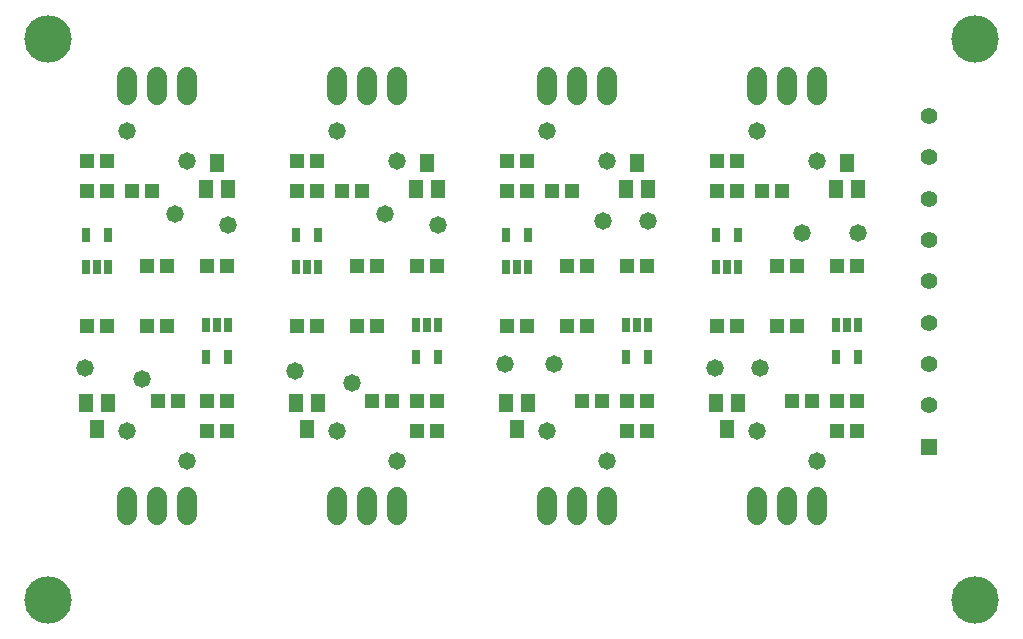
<source format=gts>
G75*
G70*
%OFA0B0*%
%FSLAX24Y24*%
%IPPOS*%
%LPD*%
%AMOC8*
5,1,8,0,0,1.08239X$1,22.5*
%
%ADD10C,0.1580*%
%ADD11R,0.0474X0.0513*%
%ADD12C,0.0680*%
%ADD13R,0.0474X0.0631*%
%ADD14R,0.0316X0.0493*%
%ADD15R,0.0560X0.0560*%
%ADD16C,0.0560*%
%ADD17C,0.0580*%
D10*
X001479Y001479D03*
X032384Y001479D03*
X032384Y020180D03*
X001479Y020180D03*
D11*
X002766Y016101D03*
X003435Y016101D03*
X003435Y015101D03*
X002766Y015101D03*
X004266Y015101D03*
X004935Y015101D03*
X004766Y012601D03*
X005435Y012601D03*
X006766Y012601D03*
X007435Y012601D03*
X005435Y010601D03*
X004766Y010601D03*
X003435Y010601D03*
X002766Y010601D03*
X005141Y008101D03*
X005810Y008101D03*
X006766Y008101D03*
X007435Y008101D03*
X007435Y007101D03*
X006766Y007101D03*
X012266Y008101D03*
X012935Y008101D03*
X013766Y008101D03*
X014435Y008101D03*
X014435Y007101D03*
X013766Y007101D03*
X019266Y008101D03*
X019935Y008101D03*
X020766Y008101D03*
X021435Y008101D03*
X021435Y007101D03*
X020766Y007101D03*
X026266Y008101D03*
X026935Y008101D03*
X027766Y008101D03*
X028435Y008101D03*
X028435Y007101D03*
X027766Y007101D03*
X026435Y010601D03*
X025766Y010601D03*
X024435Y010601D03*
X023766Y010601D03*
X025766Y012601D03*
X026435Y012601D03*
X027766Y012601D03*
X028435Y012601D03*
X025935Y015101D03*
X025266Y015101D03*
X024435Y015101D03*
X023766Y015101D03*
X023766Y016101D03*
X024435Y016101D03*
X018935Y015101D03*
X018266Y015101D03*
X017435Y015101D03*
X016766Y015101D03*
X016766Y016101D03*
X017435Y016101D03*
X011935Y015101D03*
X011266Y015101D03*
X010435Y015101D03*
X009766Y015101D03*
X009766Y016101D03*
X010435Y016101D03*
X011766Y012601D03*
X012435Y012601D03*
X013766Y012601D03*
X014435Y012601D03*
X012435Y010601D03*
X011766Y010601D03*
X010435Y010601D03*
X009766Y010601D03*
X016766Y010601D03*
X017435Y010601D03*
X018766Y010601D03*
X019435Y010601D03*
X019435Y012601D03*
X018766Y012601D03*
X020766Y012601D03*
X021435Y012601D03*
D12*
X020101Y018301D02*
X020101Y018901D01*
X019101Y018901D02*
X019101Y018301D01*
X018101Y018301D02*
X018101Y018901D01*
X013101Y018901D02*
X013101Y018301D01*
X012101Y018301D02*
X012101Y018901D01*
X011101Y018901D02*
X011101Y018301D01*
X006101Y018301D02*
X006101Y018901D01*
X005101Y018901D02*
X005101Y018301D01*
X004101Y018301D02*
X004101Y018901D01*
X025101Y018901D02*
X025101Y018301D01*
X026101Y018301D02*
X026101Y018901D01*
X027101Y018901D02*
X027101Y018301D01*
X027101Y004901D02*
X027101Y004301D01*
X026101Y004301D02*
X026101Y004901D01*
X025101Y004901D02*
X025101Y004301D01*
X020101Y004301D02*
X020101Y004901D01*
X019101Y004901D02*
X019101Y004301D01*
X018101Y004301D02*
X018101Y004901D01*
X013101Y004901D02*
X013101Y004301D01*
X012101Y004301D02*
X012101Y004901D01*
X011101Y004901D02*
X011101Y004301D01*
X006101Y004301D02*
X006101Y004901D01*
X005101Y004901D02*
X005101Y004301D01*
X004101Y004301D02*
X004101Y004901D01*
D13*
X003101Y007168D03*
X003475Y008034D03*
X002727Y008034D03*
X009727Y008034D03*
X010475Y008034D03*
X010101Y007168D03*
X016727Y008034D03*
X017475Y008034D03*
X017101Y007168D03*
X023727Y008034D03*
X024475Y008034D03*
X024101Y007168D03*
X021475Y015168D03*
X020727Y015168D03*
X021101Y016034D03*
X027727Y015168D03*
X028475Y015168D03*
X028101Y016034D03*
X014475Y015168D03*
X013727Y015168D03*
X014101Y016034D03*
X007475Y015168D03*
X006727Y015168D03*
X007101Y016034D03*
D14*
X009727Y013632D03*
X010475Y013632D03*
X010475Y012569D03*
X010101Y012569D03*
X009727Y012569D03*
X007475Y010632D03*
X007101Y010632D03*
X006727Y010632D03*
X006727Y009569D03*
X007475Y009569D03*
X003475Y012569D03*
X003101Y012569D03*
X002727Y012569D03*
X002727Y013632D03*
X003475Y013632D03*
X013727Y010632D03*
X014101Y010632D03*
X014475Y010632D03*
X014475Y009569D03*
X013727Y009569D03*
X016727Y012569D03*
X017101Y012569D03*
X017475Y012569D03*
X017475Y013632D03*
X016727Y013632D03*
X020727Y010632D03*
X021101Y010632D03*
X021475Y010632D03*
X021475Y009569D03*
X020727Y009569D03*
X023727Y012569D03*
X024101Y012569D03*
X024475Y012569D03*
X024475Y013632D03*
X023727Y013632D03*
X027727Y010632D03*
X028101Y010632D03*
X028475Y010632D03*
X028475Y009569D03*
X027727Y009569D03*
D15*
X030845Y006589D03*
D16*
X030845Y007967D03*
X030845Y009345D03*
X030845Y010723D03*
X030845Y012101D03*
X030845Y013479D03*
X030845Y014857D03*
X030845Y016235D03*
X030845Y017613D03*
D17*
X027101Y016101D03*
X025101Y017101D03*
X020101Y016101D03*
X018101Y017101D03*
X019976Y014101D03*
X021476Y014101D03*
X026601Y013726D03*
X028476Y013726D03*
X025226Y009226D03*
X023726Y009226D03*
X025101Y007101D03*
X027101Y006101D03*
X020101Y006101D03*
X018101Y007101D03*
X018351Y009351D03*
X016726Y009351D03*
X011601Y008726D03*
X009726Y009101D03*
X011101Y007101D03*
X013101Y006101D03*
X006101Y006101D03*
X004101Y007101D03*
X004601Y008851D03*
X002726Y009226D03*
X007476Y013976D03*
X005726Y014351D03*
X006101Y016101D03*
X004101Y017101D03*
X011101Y017101D03*
X013101Y016101D03*
X012726Y014351D03*
X014476Y013976D03*
M02*

</source>
